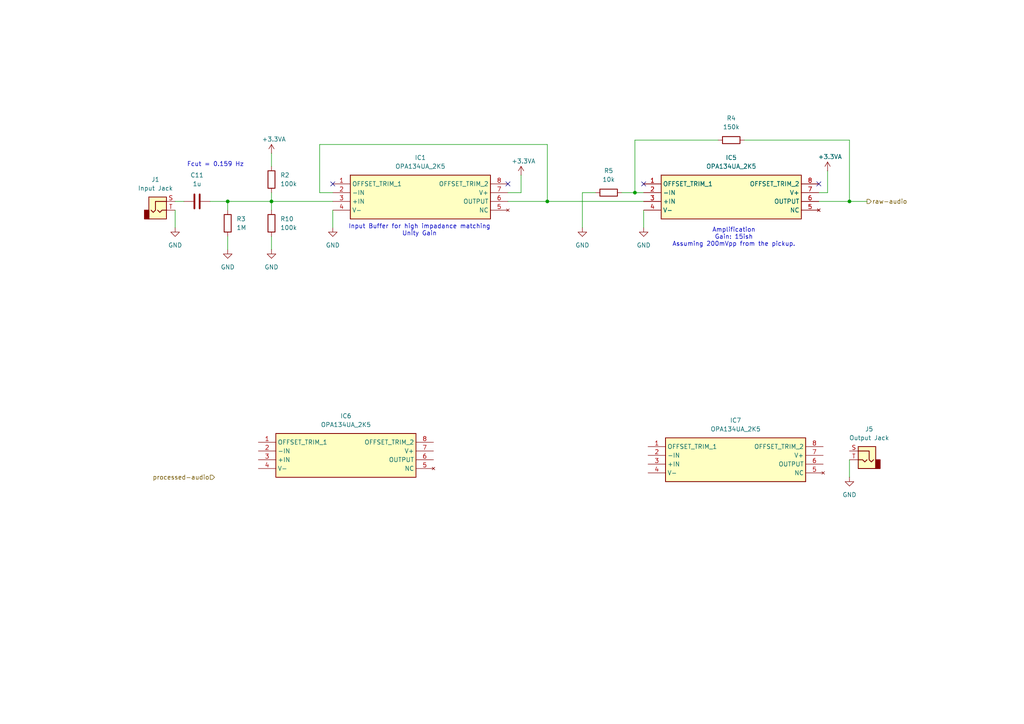
<source format=kicad_sch>
(kicad_sch (version 20231120) (generator "eeschema") (generator_version "8.0")
  (paper "A4")
  (lib_symbols
    (symbol "Connector_Audio:AudioJack2"
      (property "Reference" "J" (at 0 8.89 0))
      (property "Value" "AudioJack2" (at 0 6.35 0))
      (symbol "AudioJack2_0_1"
        (rectangle (start -3.81 0) (end -2.54 -2.54) (stroke (width 0.254)) (fill (type outline)))
        (rectangle (start -2.54 3.81) (end 2.54 -2.54) (stroke (width 0.254)) (fill (type background)))
        (polyline (pts (xy 0 0) (xy 0.635 -0.635) (xy 1.27 0) (xy 2.54 0)) (stroke (width 0.254)))
        (polyline (pts (xy 2.54 2.54) (xy -0.635 2.54) (xy -0.635 0) (xy -1.27 -0.635) (xy -1.905 0)) (stroke (width 0.254)))
      )
      (symbol "AudioJack2_1_1"
        (pin passive line (at 5.08 2.54 180) (length 2.54) (name "~") (number "S"))
        (pin passive line (at 5.08 0 180) (length 2.54) (name "~") (number "T"))
      )
    )
    (symbol "Device:C" (pin_numbers hide) (pin_names (offset 0.254))
      (property "Reference" "C" (at 0.635 2.54 0))
      (property "Value" "C" (at 0.635 -2.54 0))
      (symbol "C_0_1"
        (polyline (pts (xy -2.032 -0.762) (xy 2.032 -0.762)) (stroke (width 0.508)))
        (polyline (pts (xy -2.032 0.762) (xy 2.032 0.762)) (stroke (width 0.508)))
      )
      (symbol "C_1_1"
        (pin passive line (at 0 3.81 270) (length 2.794) (name "~") (number "1"))
        (pin passive line (at 0 -3.81 90) (length 2.794) (name "~") (number "2"))
      )
    )
    (symbol "Device:R" (pin_numbers hide) (pin_names (offset 0))
      (property "Reference" "R" (at 2.032 0 90))
      (property "Value" "R" (at 0 0 90))
      (symbol "R_0_1"
        (rectangle (start -1.016 -2.54) (end 1.016 2.54) (stroke (width 0.254)))
      )
      (symbol "R_1_1"
        (pin passive line (at 0 3.81 270) (length 1.27) (name "~") (number "1"))
        (pin passive line (at 0 -3.81 90) (length 1.27) (name "~") (number "2"))
      )
    )
    (symbol "cagil_library:OPA134UA_2K5"
      (property "Reference" "IC" (at 46.99 7.62 0))
      (property "Value" "OPA134UA_2K5" (at 46.99 5.08 0))
      (symbol "OPA134UA_2K5_1_1"
        (rectangle (start 5.08 2.54) (end 45.72 -10.16) (stroke (width 0.254)) (fill (type background)))
        (pin passive line (at 0 0 0) (length 5.08) (name "OFFSET_TRIM_1") (number "1"))
        (pin passive line (at 0 -2.54 0) (length 5.08) (name "-IN") (number "2"))
        (pin passive line (at 0 -5.08 0) (length 5.08) (name "+IN") (number "3"))
        (pin passive line (at 0 -7.62 0) (length 5.08) (name "V-") (number "4"))
        (pin no_connect line (at 50.8 -7.62 180) (length 5.08) (name "NC") (number "5"))
        (pin passive line (at 50.8 -5.08 180) (length 5.08) (name "OUTPUT") (number "6"))
        (pin passive line (at 50.8 -2.54 180) (length 5.08) (name "V+") (number "7"))
        (pin passive line (at 50.8 0 180) (length 5.08) (name "OFFSET_TRIM_2") (number "8"))
      )
    )
    (symbol "power:GND" (power) (pin_numbers hide) (pin_names (offset 0) hide)
      (property "Value" "GND" (at 0 -3.81 0))
      (symbol "GND_0_1"
        (polyline (pts (xy 0 0) (xy 0 -1.27) (xy 1.27 -1.27) (xy 0 -2.54) (xy -1.27 -1.27) (xy 0 -1.27)))
      )
      (symbol "GND_1_1"
        (pin power_in line (at 0 0 270) (length 0) (name "~") (number "1"))
      )
    )
    (symbol "power:VDD" (power) (pin_numbers hide) (pin_names (offset 0) hide)
      (property "Value" "VDD" (at 0 3.556 0))
      (symbol "VDD_0_1"
        (polyline (pts (xy -0.762 1.27) (xy 0 2.54)))
        (polyline (pts (xy 0 0) (xy 0 2.54)))
        (polyline (pts (xy 0 2.54) (xy 0.762 1.27)))
      )
      (symbol "VDD_1_1"
        (pin power_in line (at 0 0 90) (length 0) (name "~") (number "1"))
      )
    )
  )
  (junction (at 78.74 58.42))
  (junction (at 158.75 58.42))
  (junction (at 246.38 58.42))
  (junction (at 184.15 55.88))
  (junction (at 66.04 58.42))
  (no_connect (at 96.52 53.34))
  (no_connect (at 186.69 53.34))
  (no_connect (at 147.32 53.34))
  (no_connect (at 237.49 53.34))
  (wire (pts (xy 66.04 58.42) (xy 66.04 60.96)))
  (wire (pts (xy 246.38 40.64) (xy 246.38 58.42)))
  (wire (pts (xy 172.72 55.88) (xy 168.91 55.88)))
  (wire (pts (xy 78.74 68.58) (xy 78.74 72.39)))
  (wire (pts (xy 237.49 58.42) (xy 246.38 58.42)))
  (wire (pts (xy 60.96 58.42) (xy 66.04 58.42)))
  (wire (pts (xy 180.34 55.88) (xy 184.15 55.88)))
  (wire (pts (xy 158.75 58.42) (xy 186.69 58.42)))
  (wire (pts (xy 78.74 58.42) (xy 96.52 58.42)))
  (wire (pts (xy 184.15 40.64) (xy 184.15 55.88)))
  (wire (pts (xy 184.15 55.88) (xy 186.69 55.88)))
  (wire (pts (xy 186.69 60.96) (xy 186.69 66.04)))
  (wire (pts (xy 50.8 58.42) (xy 53.34 58.42)))
  (wire (pts (xy 78.74 58.42) (xy 78.74 60.96)))
  (wire (pts (xy 246.38 40.64) (xy 215.9 40.64)))
  (wire (pts (xy 158.75 41.91) (xy 158.75 58.42)))
  (wire (pts (xy 147.32 55.88) (xy 151.13 55.88)))
  (wire (pts (xy 168.91 55.88) (xy 168.91 66.04)))
  (wire (pts (xy 237.49 55.88) (xy 240.03 55.88)))
  (wire (pts (xy 96.52 55.88) (xy 92.71 55.88)))
  (wire (pts (xy 92.71 41.91) (xy 92.71 55.88)))
  (wire (pts (xy 240.03 49.53) (xy 240.03 55.88)))
  (wire (pts (xy 147.32 58.42) (xy 158.75 58.42)))
  (wire (pts (xy 246.38 133.35) (xy 246.38 138.43)))
  (wire (pts (xy 78.74 55.88) (xy 78.74 58.42)))
  (wire (pts (xy 78.74 44.45) (xy 78.74 48.26)))
  (wire (pts (xy 50.8 66.04) (xy 50.8 60.96)))
  (wire (pts (xy 246.38 58.42) (xy 251.46 58.42)))
  (wire (pts (xy 151.13 50.8) (xy 151.13 55.88)))
  (wire (pts (xy 92.71 41.91) (xy 158.75 41.91)))
  (wire (pts (xy 66.04 58.42) (xy 78.74 58.42)))
  (wire (pts (xy 96.52 60.96) (xy 96.52 66.04)))
  (wire (pts (xy 66.04 68.58) (xy 66.04 72.39)))
  (wire (pts (xy 208.28 40.64) (xy 184.15 40.64)))
  (text "Amplification\nGain: 15ish\nAssuming 200mVpp from the pickup." (at 212.852 68.834 0) (effects (font (size 1.27 1.27))))
  (text "Input Buffer for high impadance matching\nUnity Gain" (at 121.666 66.802 0) (effects (font (size 1.27 1.27))))
  (text "Fcut = 0.159 Hz" (at 62.484 47.752 0) (effects (font (size 1.27 1.27))))
  (hierarchical_label "raw-audio" (shape output) (at 251.46 58.42 0))
  (hierarchical_label "processed-audio" (shape input) (at 62.23 138.43 180))
  (symbol (lib_id "power:GND") (at 246.38 138.43 0) (unit 1)
    (property "Reference" "#PWR09" (effects (hide yes)))
    (property "Value" "GND" (at 246.38 143.51 0))
    (property "Description" "Power symbol creates a global label with name \"GND\" , ground" (effects (hide yes)))
  )
  (symbol (lib_id "Device:R") (at 78.74 52.07 180) (unit 1)
    (property "Reference" "R2" (at 81.28 50.7999 0) (effects (justify right)))
    (property "Value" "100k" (at 81.28 53.3399 0) (effects (justify right)))
    (property "Description" "Resistor" (effects (hide yes)))
  )
  (symbol (lib_id "power:VDD") (at 240.03 49.53 0) (unit 1)
    (property "Reference" "#PWR040" (effects (hide yes)))
    (property "Value" "+3.3VA" (at 237.236 45.466 0) (effects (justify left)))
    (property "Description" "Power symbol creates a global label with name \"VDD\"" (effects (hide yes)))
  )
  (symbol (lib_id "power:GND") (at 168.91 66.04 0) (unit 1)
    (property "Reference" "#PWR038" (effects (hide yes)))
    (property "Value" "GND" (at 168.91 71.12 0))
    (property "Description" "Power symbol creates a global label with name \"GND\" , ground" (effects (hide yes)))
  )
  (symbol (lib_id "cagil_library:OPA134UA_2K5") (at 187.96 129.54 0) (unit 1)
    (property "Reference" "IC7" (at 213.36 121.92 0))
    (property "Value" "OPA134UA_2K5" (at 213.36 124.46 0))
    (property "Footprint" "cagil_footprint_library:SOIC127P600X175-8N" (effects (hide yes)))
    (property "Datasheet" "http://www.ti.com/lit/gpn/OPA134" (effects (hide yes)))
    (property "Description" "SoundPlus High Performance Audio Operational Amplifiers" (effects (hide yes)))
    (property "Height" "1.75" (effects (hide yes)))
    (property "Mouser Part Number" "595-OPA134UA/2K5" (effects (hide yes)))
    (property "Mouser Price/Stock" "https://www.mouser.co.uk/ProductDetail/Texas-Instruments/OPA134UA-2K5?qs=7nS3%252BbEUL6vt9VXrWM3klg%3D%3D" (effects (hide yes)))
    (property "Manufacturer_Name" "Texas Instruments" (effects (hide yes)))
    (property "Manufacturer_Part_Number" "OPA134UA/2K5" (effects (hide yes)))
  )
  (symbol (lib_id "Connector_Audio:AudioJack2") (at 45.72 60.96 0) (unit 1)
    (property "Reference" "J1" (at 45.085 52.07 0))
    (property "Value" "Input Jack" (at 45.085 54.61 0))
    (property "Footprint" "Connector_Audio:Jack_3.5mm_CUI_SJ1-3523N_Horizontal" (effects (hide yes)))
    (property "Description" "Audio Jack, 2 Poles (Mono / TS)" (effects (hide yes)))
  )
  (symbol (lib_id "Device:R") (at 66.04 64.77 180) (unit 1)
    (property "Reference" "R3" (at 68.58 63.4999 0) (effects (justify right)))
    (property "Value" "1M" (at 68.58 66.0399 0) (effects (justify right)))
    (property "Description" "Resistor" (effects (hide yes)))
  )
  (symbol (lib_id "power:GND") (at 50.8 66.04 0) (unit 1)
    (property "Reference" "#PWR039" (effects (hide yes)))
    (property "Value" "GND" (at 50.8 71.12 0))
    (property "Description" "Power symbol creates a global label with name \"GND\" , ground" (effects (hide yes)))
  )
  (symbol (lib_id "power:VDD") (at 78.74 44.45 0) (unit 1)
    (property "Reference" "#PWR018" (effects (hide yes)))
    (property "Value" "+3.3VA" (at 75.946 40.386 0) (effects (justify left)))
    (property "Description" "Power symbol creates a global label with name \"VDD\"" (effects (hide yes)))
  )
  (symbol (lib_id "Device:R") (at 78.74 64.77 180) (unit 1)
    (property "Reference" "R10" (at 81.28 63.4999 0) (effects (justify right)))
    (property "Value" "100k" (at 81.28 66.0399 0) (effects (justify right)))
    (property "Description" "Resistor" (effects (hide yes)))
  )
  (symbol (lib_id "Device:R") (at 176.53 55.88 270) (unit 1)
    (property "Reference" "R5" (at 176.53 49.53 90))
    (property "Value" "10k" (at 176.53 52.07 90))
    (property "Description" "Resistor" (effects (hide yes)))
  )
  (symbol (lib_id "Device:R") (at 212.09 40.64 90) (unit 1)
    (property "Reference" "R4" (at 212.09 34.29 90))
    (property "Value" "150k" (at 212.09 36.83 90))
    (property "Description" "Resistor" (effects (hide yes)))
  )
  (symbol (lib_id "cagil_library:OPA134UA_2K5") (at 96.52 53.34 0) (unit 1)
    (property "Reference" "IC1" (at 121.92 45.72 0))
    (property "Value" "OPA134UA_2K5" (at 121.92 48.26 0))
    (property "Footprint" "cagil_footprint_library:SOIC127P600X175-8N" (effects (hide yes)))
    (property "Datasheet" "http://www.ti.com/lit/gpn/OPA134" (effects (hide yes)))
    (property "Description" "SoundPlus High Performance Audio Operational Amplifiers" (effects (hide yes)))
    (property "Height" "1.75" (effects (hide yes)))
    (property "Mouser Part Number" "595-OPA134UA/2K5" (effects (hide yes)))
    (property "Mouser Price/Stock" "https://www.mouser.co.uk/ProductDetail/Texas-Instruments/OPA134UA-2K5?qs=7nS3%252BbEUL6vt9VXrWM3klg%3D%3D" (effects (hide yes)))
    (property "Manufacturer_Name" "Texas Instruments" (effects (hide yes)))
    (property "Manufacturer_Part_Number" "OPA134UA/2K5" (effects (hide yes)))
  )
  (symbol (lib_id "Device:C") (at 57.15 58.42 90) (unit 1)
    (property "Reference" "C11" (at 57.15 50.8 90))
    (property "Value" "1u" (at 57.15 53.34 90))
    (property "Description" "Unpolarized capacitor" (effects (hide yes)))
  )
  (symbol (lib_id "cagil_library:OPA134UA_2K5") (at 74.93 128.27 0) (unit 1)
    (property "Reference" "IC6" (at 100.33 120.65 0))
    (property "Value" "OPA134UA_2K5" (at 100.33 123.19 0))
    (property "Footprint" "cagil_footprint_library:SOIC127P600X175-8N" (effects (hide yes)))
    (property "Datasheet" "http://www.ti.com/lit/gpn/OPA134" (effects (hide yes)))
    (property "Description" "SoundPlus High Performance Audio Operational Amplifiers" (effects (hide yes)))
    (property "Height" "1.75" (effects (hide yes)))
    (property "Mouser Part Number" "595-OPA134UA/2K5" (effects (hide yes)))
    (property "Mouser Price/Stock" "https://www.mouser.co.uk/ProductDetail/Texas-Instruments/OPA134UA-2K5?qs=7nS3%252BbEUL6vt9VXrWM3klg%3D%3D" (effects (hide yes)))
    (property "Manufacturer_Name" "Texas Instruments" (effects (hide yes)))
    (property "Manufacturer_Part_Number" "OPA134UA/2K5" (effects (hide yes)))
  )
  (symbol (lib_id "cagil_library:OPA134UA_2K5") (at 186.69 53.34 0) (unit 1)
    (property "Reference" "IC5" (at 212.09 45.72 0))
    (property "Value" "OPA134UA_2K5" (at 212.09 48.26 0))
    (property "Footprint" "cagil_footprint_library:SOIC127P600X175-8N" (effects (hide yes)))
    (property "Datasheet" "http://www.ti.com/lit/gpn/OPA134" (effects (hide yes)))
    (property "Description" "SoundPlus High Performance Audio Operational Amplifiers" (effects (hide yes)))
    (property "Height" "1.75" (effects (hide yes)))
    (property "Mouser Part Number" "595-OPA134UA/2K5" (effects (hide yes)))
    (property "Mouser Price/Stock" "https://www.mouser.co.uk/ProductDetail/Texas-Instruments/OPA134UA-2K5?qs=7nS3%252BbEUL6vt9VXrWM3klg%3D%3D" (effects (hide yes)))
    (property "Manufacturer_Name" "Texas Instruments" (effects (hide yes)))
    (property "Manufacturer_Part_Number" "OPA134UA/2K5" (effects (hide yes)))
  )
  (symbol (lib_id "power:GND") (at 66.04 72.39 0) (unit 1)
    (property "Reference" "#PWR015" (effects (hide yes)))
    (property "Value" "GND" (at 66.04 77.47 0))
    (property "Description" "Power symbol creates a global label with name \"GND\" , ground" (effects (hide yes)))
  )
  (symbol (lib_id "Connector_Audio:AudioJack2") (at 251.46 133.35 0) (mirror y) (unit 1)
    (property "Reference" "J5" (at 252.095 124.46 0))
    (property "Value" "Output Jack" (at 252.095 127 0))
    (property "Footprint" "Connector_Audio:Jack_3.5mm_CUI_SJ1-3523N_Horizontal" (effects (hide yes)))
    (property "Description" "Audio Jack, 2 Poles (Mono / TS)" (effects (hide yes)))
  )
  (symbol (lib_id "power:VDD") (at 151.13 50.8 0) (unit 1)
    (property "Reference" "#PWR019" (effects (hide yes)))
    (property "Value" "+3.3VA" (at 148.336 46.736 0) (effects (justify left)))
    (property "Description" "Power symbol creates a global label with name \"VDD\"" (effects (hide yes)))
  )
  (symbol (lib_id "power:GND") (at 78.74 72.39 0) (unit 1)
    (property "Reference" "#PWR014" (effects (hide yes)))
    (property "Value" "GND" (at 78.74 77.47 0))
    (property "Description" "Power symbol creates a global label with name \"GND\" , ground" (effects (hide yes)))
  )
  (symbol (lib_id "power:GND") (at 186.69 66.04 0) (unit 1)
    (property "Reference" "#PWR016" (effects (hide yes)))
    (property "Value" "GND" (at 186.69 71.12 0))
    (property "Description" "Power symbol creates a global label with name \"GND\" , ground" (effects (hide yes)))
  )
  (symbol (lib_id "power:GND") (at 96.52 66.04 0) (unit 1)
    (property "Reference" "#PWR017" (effects (hide yes)))
    (property "Value" "GND" (at 96.52 71.12 0))
    (property "Description" "Power symbol creates a global label with name \"GND\" , ground" (effects (hide yes)))
  )
)
</source>
